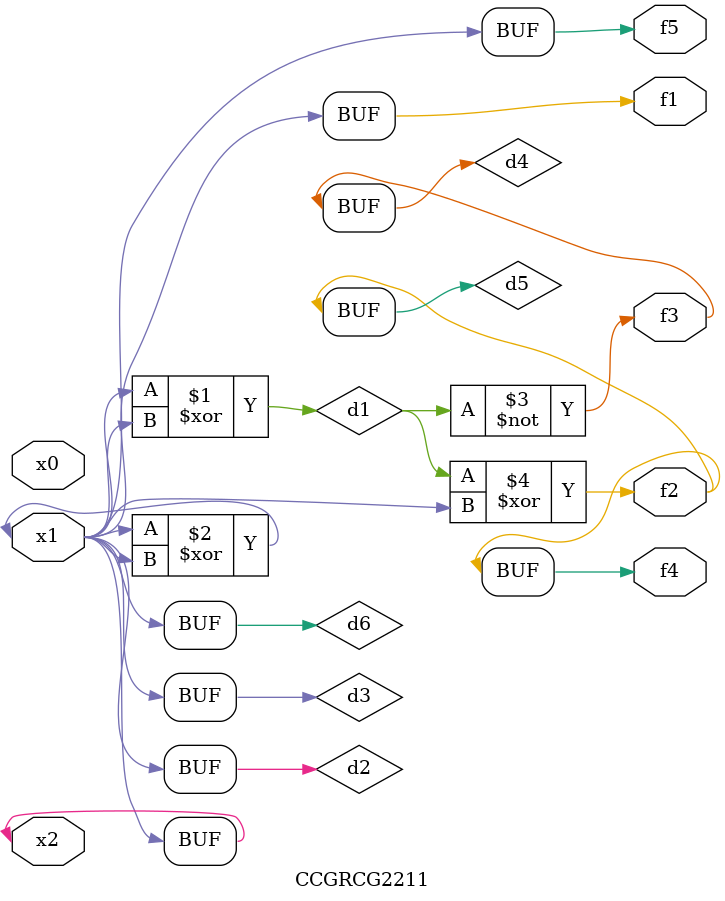
<source format=v>
module CCGRCG2211(
	input x0, x1, x2,
	output f1, f2, f3, f4, f5
);

	wire d1, d2, d3, d4, d5, d6;

	xor (d1, x1, x2);
	buf (d2, x1, x2);
	xor (d3, x1, x2);
	nor (d4, d1);
	xor (d5, d1, d2);
	buf (d6, d2, d3);
	assign f1 = d6;
	assign f2 = d5;
	assign f3 = d4;
	assign f4 = d5;
	assign f5 = d6;
endmodule

</source>
